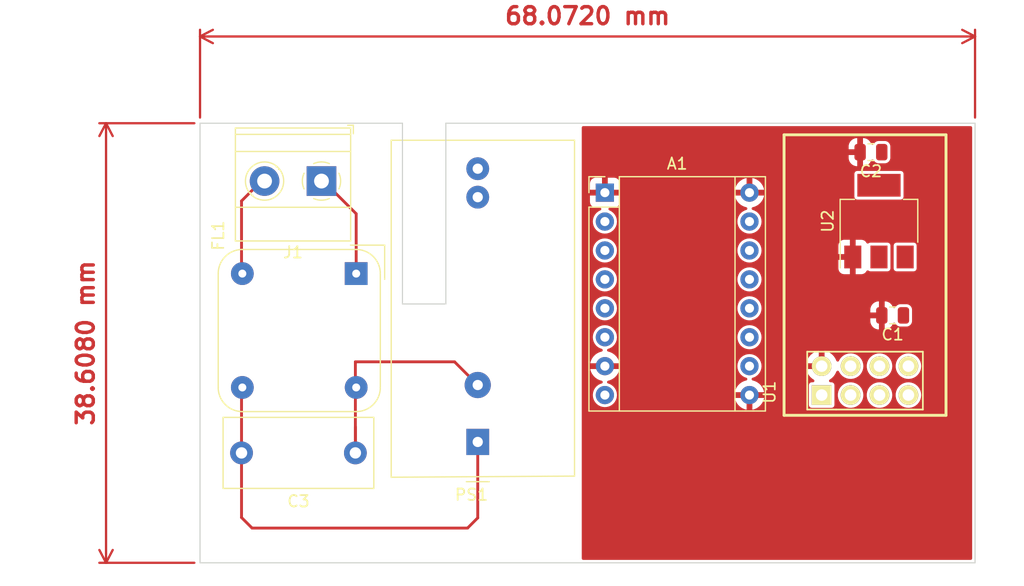
<source format=kicad_pcb>
(kicad_pcb (version 20210228) (generator pcbnew)
  (layers (0 "F.Cu" signal) (31 "B.Cu" signal) (34 "B.Paste" user) (35 "F.Paste" user) (36 "B.SilkS" user "B.Silkscreen") (37 "F.SilkS" user "F.Silkscreen") (38 "B.Mask" user) (39 "F.Mask" user) (44 "Edge.Cuts" user))
  (net 0 "")
  (net 2 "/STEP")
  (net 5 "/3V3")
  (net 7 "Net-(PS1-Pad1)")
  (net 10 "Net-(A1-Pad13)")
  (net 14 "GND")
  (net 15 "VCC")
  (net 16 "Net-(PS1-Pad2)")
  (net 17 "Net-(FL1-Pad3)")
  (net 18 "Net-(FL1-Pad1)")
  (footprint "Package_TO_SOT_SMD:SOT-223-3_TabPin2" (layer "F.Cu") (at 181.553 59.398 90)
    (fp_text reference "U2" (at 0 -4.5 90) (layer "F.SilkS"))
    (fp_text value "AP1117-33")
    (fp_line (start 1.91 -3.41) (end 1.91 -2.15) (layer "F.SilkS") (width 0.12))
    (fp_line (start 1.91 3.41) (end 1.91 2.15) (layer "F.SilkS") (width 0.12))
    (fp_line (start -1.85 3.41) (end 1.91 3.41) (layer "F.SilkS") (width 0.12))
    (fp_line (start -4.1 -3.41) (end 1.91 -3.41) (layer "F.SilkS") (width 0.12))
    (pad "1" smd rect (at -3.15 -2.3 90) (size 2 1.5) (layers "F.Cu" "F.Paste" "F.Mask") (net 14 "GND"))
    (pad "2" smd rect (at 3.15 0 90) (size 2 3.8) (layers "F.Cu" "F.Paste" "F.Mask") (net 5 "/3V3"))
    (pad "2" smd rect (at -3.15 0 90) (size 2 1.5) (layers "F.Cu" "F.Paste" "F.Mask") (net 5 "/3V3"))
    (pad "3" smd rect (at -3.15 2.3 90) (size 2 1.5) (layers "F.Cu" "F.Paste" "F.Mask") (net 15 "VCC"))
  )
  (footprint "Capacitor_SMD:C_0805_2012Metric" (layer "F.Cu") (at 182.753 67.678 180)
    (fp_text reference "C1" (at 0 -1.68) (layer "F.SilkS"))
    (fp_text value "C")
    (fp_line (start -0.261252 -0.735) (end 0.261252 -0.735) (layer "F.SilkS") (width 0.12))
    (fp_line (start -0.261252 0.735) (end 0.261252 0.735) (layer "F.SilkS") (width 0.12))
    (pad "1" smd roundrect (at -0.95 0 180) (size 1 1.45) (layers "F.Cu" "F.Paste" "F.Mask") (net 15 "VCC"))
    (pad "2" smd roundrect (at 0.95 0 180) (size 1 1.45) (layers "F.Cu" "F.Paste" "F.Mask") (net 14 "GND"))
  )
  (footprint "Inductor_THT:Choke_Schaffner_RN102-04-14.0x14.0mm" (layer "F.Cu") (at 135.636 64.008 -90)
    (fp_text reference "FL1" (at -3.335 12.121 90) (layer "F.SilkS"))
    (fp_text value "Choke_Schaffner_RN102-0.3-02-12M")
    (fp_line (start -2.5 -2.5) (end 0.5 -2.5) (layer "F.SilkS") (width 0.12))
    (fp_line (start 10 12.12) (end 0 12.12) (layer "F.SilkS") (width 0.12))
    (fp_line (start -2.5 -2.5) (end -2.5 0.5) (layer "F.SilkS") (width 0.12))
    (fp_line (start -2.12 10) (end -2.12 0) (layer "F.SilkS") (width 0.12))
    (fp_line (start 12.12 0) (end 12.12 10) (layer "F.SilkS") (width 0.12))
    (fp_line (start 0 -2.12) (end 10 -2.12) (layer "F.SilkS") (width 0.12))
    (fp_arc (start 0 10) (end 0 12.12) (angle 90) (layer "F.SilkS") (width 0.12))
    (fp_arc (start 10 0) (end 10 -2.12) (angle 90) (layer "F.SilkS") (width 0.12))
    (fp_arc (start 0 0) (end -2.12 0) (angle 90) (layer "F.SilkS") (width 0.12))
    (fp_arc (start 10 10) (end 12.12 10) (angle 90) (layer "F.SilkS") (width 0.12))
    (pad "1" thru_hole rect (at 0 0 270) (size 2 2) (drill 0.7) (layers *.Cu *.Mask) (net 18 "Net-(FL1-Pad1)"))
    (pad "2" thru_hole circle (at 10 0 270) (size 2 2) (drill 0.7) (layers *.Cu *.Mask) (net 16 "Net-(PS1-Pad2)"))
    (pad "3" thru_hole circle (at 0 10 270) (size 2 2) (drill 0.7) (layers *.Cu *.Mask) (net 17 "Net-(FL1-Pad3)"))
    (pad "4" thru_hole circle (at 10 10 270) (size 2 2) (drill 0.7) (layers *.Cu *.Mask) (net 7 "Net-(PS1-Pad1)"))
  )
  (footprint "Module:Pololu_Breakout-16_15.2x20.3mm" (layer "F.Cu") (at 157.48 56.896)
    (fp_text reference "A1" (at 6.35 -2.54) (layer "F.SilkS"))
    (fp_text value "Pololu_Breakout_A4988")
    (fp_line (start 1.27 1.27) (end 1.27 19.18) (layer "F.SilkS") (width 0.12))
    (fp_line (start 14.1 19.18) (end 14.1 -1.4) (layer "F.SilkS") (width 0.12))
    (fp_line (start -1.4 -1.4) (end -1.4 0) (layer "F.SilkS") (width 0.12))
    (fp_line (start 14.1 -1.4) (end 1.27 -1.4) (layer "F.SilkS") (width 0.12))
    (fp_line (start 1.27 -1.4) (end 1.27 1.27) (layer "F.SilkS") (width 0.12))
    (fp_line (start -1.4 19.18) (end 14.1 19.18) (layer "F.SilkS") (width 0.12))
    (fp_line (start 1.27 1.27) (end -1.4 1.27) (layer "F.SilkS") (width 0.12))
    (fp_line (start 11.43 -1.4) (end 11.43 19.18) (layer "F.SilkS") (width 0.12))
    (fp_line (start -1.4 1.27) (end -1.4 19.18) (layer "F.SilkS") (width 0.12))
    (fp_line (start 0 -1.4) (end -1.4 -1.4) (layer "F.SilkS") (width 0.12))
    (pad "1" thru_hole rect (at 0 0) (size 1.6 1.6) (drill 0.8) (layers *.Cu *.Mask) (net 14 "GND"))
    (pad "2" thru_hole oval (at 0 2.54) (size 1.6 1.6) (drill 0.8) (layers *.Cu *.Mask) (net 5 "/3V3"))
    (pad "3" thru_hole oval (at 0 5.08) (size 1.6 1.6) (drill 0.8) (layers *.Cu *.Mask))
    (pad "4" thru_hole oval (at 0 7.62) (size 1.6 1.6) (drill 0.8) (layers *.Cu *.Mask))
    (pad "5" thru_hole oval (at 0 10.16) (size 1.6 1.6) (drill 0.8) (layers *.Cu *.Mask))
    (pad "6" thru_hole oval (at 0 12.7) (size 1.6 1.6) (drill 0.8) (layers *.Cu *.Mask))
    (pad "7" thru_hole oval (at 0 15.24) (size 1.6 1.6) (drill 0.8) (layers *.Cu *.Mask) (net 14 "GND"))
    (pad "8" thru_hole oval (at 0 17.78) (size 1.6 1.6) (drill 0.8) (layers *.Cu *.Mask) (net 15 "VCC"))
    (pad "9" thru_hole oval (at 12.7 17.78) (size 1.6 1.6) (drill 0.8) (layers *.Cu *.Mask) (net 14 "GND"))
    (pad "10" thru_hole oval (at 12.7 15.24) (size 1.6 1.6) (drill 0.8) (layers *.Cu *.Mask) (net 5 "/3V3"))
    (pad "11" thru_hole oval (at 12.7 12.7) (size 1.6 1.6) (drill 0.8) (layers *.Cu *.Mask) (net 5 "/3V3"))
    (pad "12" thru_hole oval (at 12.7 10.16) (size 1.6 1.6) (drill 0.8) (layers *.Cu *.Mask) (net 5 "/3V3"))
    (pad "13" thru_hole oval (at 12.7 7.62) (size 1.6 1.6) (drill 0.8) (layers *.Cu *.Mask) (net 10 "Net-(A1-Pad13)"))
    (pad "14" thru_hole oval (at 12.7 5.08) (size 1.6 1.6) (drill 0.8) (layers *.Cu *.Mask))
    (pad "15" thru_hole oval (at 12.7 2.54) (size 1.6 1.6) (drill 0.8) (layers *.Cu *.Mask) (net 2 "/STEP"))
    (pad "16" thru_hole oval (at 12.7 0) (size 1.6 1.6) (drill 0.8) (layers *.Cu *.Mask) (net 14 "GND"))
  )
  (footprint "ESP:ESP-01" (layer "F.Cu") (at 176.52 74.676 90)
    (fp_text reference "U1" (at 0.254 -4.572 90) (layer "F.SilkS"))
    (fp_text value "ESP-01v090")
    (fp_line (start 1.27 -1.27) (end -1.27 -1.27) (layer "F.SilkS") (width 0.1524))
    (fp_line (start 3.81 -1.27) (end 1.27 -1.27) (layer "F.SilkS") (width 0.1524))
    (fp_line (start -1.778 -3.302) (end 22.86 -3.302) (layer "F.SilkS") (width 0.254))
    (fp_line (start -1.27 -1.27) (end -1.27 1.27) (layer "F.SilkS") (width 0.1524))
    (fp_line (start -1.27 8.89) (end 3.81 8.89) (layer "F.SilkS") (width 0.1524))
    (fp_line (start -1.778 10.922) (end -1.778 -3.302) (layer "F.SilkS") (width 0.254))
    (fp_line (start 22.86 -3.302) (end 22.86 10.922) (layer "F.SilkS") (width 0.254))
    (fp_line (start 22.86 10.922) (end -1.778 10.922) (layer "F.SilkS") (width 0.254))
    (fp_line (start -1.27 1.27) (end -1.27 8.89) (layer "F.SilkS") (width 0.1524))
    (fp_line (start 3.81 8.89) (end 3.81 -1.27) (layer "F.SilkS") (width 0.1524))
    (pad "1" thru_hole rect (at 0 0 90) (size 1.7272 1.7272) (drill 1.016) (layers *.Cu *.Mask "F.SilkS") (net 10 "Net-(A1-Pad13)"))
    (pad "2" thru_hole oval (at 2.54 0 90) (size 1.7272 1.7272) (drill 1.016) (layers *.Cu *.Mask "F.SilkS") (net 14 "GND"))
    (pad "3" thru_hole oval (at 0 2.54 90) (size 1.7272 1.7272) (drill 1.016) (layers *.Cu *.Mask "F.SilkS"))
    (pad "4" thru_hole oval (at 2.54 2.54 90) (size 1.7272 1.7272) (drill 1.016) (layers *.Cu *.Mask "F.SilkS") (net 2 "/STEP"))
    (pad "5" thru_hole oval (at 0 5.08 90) (size 1.7272 1.7272) (drill 1.016) (layers *.Cu *.Mask "F.SilkS"))
    (pad "6" thru_hole oval (at 2.54 5.08 90) (size 1.7272 1.7272) (drill 1.016) (layers *.Cu *.Mask "F.SilkS"))
    (pad "7" thru_hole oval (at 0 7.62 90) (size 1.7272 1.7272) (drill 1.016) (layers *.Cu *.Mask "F.SilkS") (net 5 "/3V3"))
    (pad "8" thru_hole oval (at 2.54 7.62 90) (size 1.7272 1.7272) (drill 1.016) (layers *.Cu *.Mask "F.SilkS"))
  )
  (footprint "TerminalBlock_Phoenix:TerminalBlock_Phoenix_MKDS-1,5-2_1x02_P5.00mm_Horizontal" (layer "F.Cu") (at 132.588 55.88 180)
    (fp_text reference "J1" (at 2.5 -6.26) (layer "F.SilkS"))
    (fp_text value "Screw_Terminal_01x02")
    (fp_line (start 3.966 1.239) (end 3.931 1.274) (layer "F.SilkS") (width 0.12))
    (fp_line (start 6.275 -1.069) (end 6.228 -1.023) (layer "F.SilkS") (width 0.12))
    (fp_line (start -2.8 4.9) (end -2.3 4.9) (layer "F.SilkS") (width 0.12))
    (fp_line (start 7.56 -5.261) (end 7.56 4.66) (layer "F.SilkS") (width 0.12))
    (fp_line (start 6.07 -1.275) (end 6.035 -1.239) (layer "F.SilkS") (width 0.12))
    (fp_line (start -2.56 -2.301) (end 7.56 -2.301) (layer "F.SilkS") (width 0.12))
    (fp_line (start -2.56 4.1) (end 7.56 4.1) (layer "F.SilkS") (width 0.12))
    (fp_line (start -2.56 4.66) (end 7.56 4.66) (layer "F.SilkS") (width 0.12))
    (fp_line (start -2.56 -5.261) (end -2.56 4.66) (layer "F.SilkS") (width 0.12))
    (fp_line (start -2.8 4.16) (end -2.8 4.9) (layer "F.SilkS") (width 0.12))
    (fp_line (start -2.56 -5.261) (end 7.56 -5.261) (layer "F.SilkS") (width 0.12))
    (fp_line (start 3.773 1.023) (end 3.726 1.069) (layer "F.SilkS") (width 0.12))
    (fp_line (start -2.56 2.6) (end 7.56 2.6) (layer "F.SilkS") (width 0.12))
    (fp_arc (start 0 0) (end -1.535 -0.684) (angle -48) (layer "F.SilkS") (width 0.12))
    (fp_arc (start 0 0) (end 0.684 -1.535) (angle -48) (layer "F.SilkS") (width 0.12))
    (fp_arc (start 0 0) (end 0 1.68) (angle -24) (layer "F.SilkS") (width 0.12))
    (fp_arc (start 0 0) (end 1.535 0.684) (angle -48) (layer "F.SilkS") (width 0.12))
    (fp_arc (start 0 0) (end -0.684 1.535) (angle -25) (layer "F.SilkS") (width 0.12))
    (fp_circle (center 5 0) (end 6.68 0) (layer "F.SilkS") (width 0.12) (fill none))
    (pad "1" thru_hole rect (at 0 0 180) (size 2.6 2.6) (drill 1.3) (layers *.Cu *.Mask) (net 18 "Net-(FL1-Pad1)"))
    (pad "2" thru_hole circle (at 5 0 180) (size 2.6 2.6) (drill 1.3) (layers *.Cu *.Mask) (net 17 "Net-(FL1-Pad3)"))
  )
  (footprint "Capacitor_SMD:C_0805_2012Metric" (layer "F.Cu") (at 180.848 53.34 180)
    (fp_text reference "C2" (at 0 -1.68) (layer "F.SilkS"))
    (fp_text value "C")
    (fp_line (start -0.261252 -0.735) (end 0.261252 -0.735) (layer "F.SilkS") (width 0.12))
    (fp_line (start -0.261252 0.735) (end 0.261252 0.735) (layer "F.SilkS") (width 0.12))
    (pad "1" smd roundrect (at -0.95 0 180) (size 1 1.45) (layers "F.Cu" "F.Paste" "F.Mask") (net 5 "/3V3"))
    (pad "2" smd roundrect (at 0.95 0 180) (size 1 1.45) (layers "F.Cu" "F.Paste" "F.Mask") (net 14 "GND"))
  )
  (footprint "Capacitor_THT:C_Rect_L13.0mm_W6.0mm_P10.00mm_FKS3_FKP3_MKS4" (layer "F.Cu") (at 135.565 79.756 180)
    (fp_text reference "C3" (at 5 -4.25) (layer "F.SilkS"))
    (fp_text value "C")
    (fp_line (start -1.62 3.12) (end 11.62 3.12) (layer "F.SilkS") (width 0.12))
    (fp_line (start 11.62 -3.12) (end 11.62 3.12) (layer "F.SilkS") (width 0.12))
    (fp_line (start -1.62 -3.12) (end -1.62 3.12) (layer "F.SilkS") (width 0.12))
    (fp_line (start -1.62 -3.12) (end 11.62 -3.12) (layer "F.SilkS") (width 0.12))
    (pad "1" thru_hole circle (at 0 0 180) (size 2 2) (drill 1) (layers *.Cu *.Mask) (net 16 "Net-(PS1-Pad2)"))
    (pad "2" thru_hole circle (at 10 0 180) (size 2 2) (drill 1) (layers *.Cu *.Mask) (net 7 "Net-(PS1-Pad1)"))
  )
  (footprint "Converter_ACDC:Converter_ACDC_HiLink_HLK-2Mxx" (layer "F.Cu") (at 146.312 79.4935 90)
    (fp_text reference "PS1" (at -3.94 -0.55) (layer "F.SilkS"))
    (fp_text value "HLK-PM01")
    (fp_line (start -2.3 8.5) (end 27.2 8.5) (layer "F.SilkS") (width 0.12))
    (fp_line (start 27.2 -7.6) (end -2.4 -7.6) (layer "F.SilkS") (width 0.12))
    (fp_line (start -2.4 -7.6) (end -2.3 8.5) (layer "F.SilkS") (width 0.12))
    (fp_line (start 27.2 8.5) (end 27.2 -7.6) (layer "F.SilkS") (width 0.12))
    (fp_line (start -2.79 -1) (end -2.79 1.01) (layer "F.SilkS") (width 0.12))
    (pad "1" thru_hole rect (at 0.7 0 90) (size 2.3 2) (drill 0.9) (layers *.Cu *.Mask) (net 7 "Net-(PS1-Pad1)"))
    (pad "2" thru_hole circle (at 5.7 0 90) (size 2.3 2.3) (drill 0.9) (layers *.Cu *.Mask) (net 16 "Net-(PS1-Pad2)"))
    (pad "3" thru_hole circle (at 22.2 0 90) (size 2 2) (drill 0.9) (layers *.Cu *.Mask) (net 14 "GND"))
    (pad "4" thru_hole circle (at 24.7 0 90) (size 2 2) (drill 0.9) (layers *.Cu *.Mask) (net 15 "VCC"))
  )
  (gr_line (start 139.7 50.8) (end 139.7 66.675) (layer "Edge.Cuts") (width 0.1))
  (gr_line (start 189.992 50.8) (end 189.992 89.408) (layer "Edge.Cuts") (width 0.1))
  (gr_line (start 143.51 50.8) (end 189.992 50.8) (layer "Edge.Cuts") (width 0.1))
  (gr_line (start 143.51 66.675) (end 143.51 50.8) (layer "Edge.Cuts") (width 0.1))
  (gr_line (start 121.92 89.408) (end 121.92 50.8) (layer "Edge.Cuts") (width 0.1))
  (gr_line (start 139.7 66.675) (end 143.51 66.675) (layer "Edge.Cuts") (width 0.1))
  (gr_line (start 121.92 50.8) (end 139.7 50.8) (layer "Edge.Cuts") (width 0.1))
  (gr_line (start 189.992 89.408) (end 121.92 89.408) (layer "Edge.Cuts") (width 0.1))
  (dimension (type aligned) (layer "F.Cu") (pts (xy 121.92 50.8) (xy 121.92 89.408)) (height 8.254999) (gr_text "38.6080 mm" (at 111.865001 70.104 90) (layer "F.Cu") (effects (font (size 1.5 1.5) (thickness 0.3)))) (format (units 3) (units_format 1) (precision 4)) (style (thickness 0.2) (arrow_length 1.27) (text_position_mode 0) (extension_height 0.58642) (extension_offset 0.5) keep_text_aligned))
  (dimension (type aligned) (layer "F.Cu") (pts (xy 121.92 50.8) (xy 189.992 50.8)) (height -7.62) (gr_text "68.0720 mm" (at 155.956 41.38) (layer "F.Cu") (effects (font (size 1.5 1.5) (thickness 0.3)))) (format (units 3) (units_format 1) (precision 4)) (style (thickness 0.2) (arrow_length 1.27) (text_position_mode 0) (extension_height 0.58642) (extension_offset 0.5) keep_text_aligned))
  (segment (start 184.775 74.676) (end 184.14 74.676) (width 0.25) (layer "F.Cu") (net 5))
  (segment (start 146.312 85.463) (end 145.415 86.36) (width 0.25) (layer "F.Cu") (net 7))
  (segment (start 125.565 74.079) (end 125.636 74.008) (width 0.25) (layer "F.Cu") (net 7))
  (segment (start 125.565 79.756) (end 125.565 74.079) (width 0.25) (layer "F.Cu") (net 7))
  (segment (start 146.312 78.7935) (end 146.312 85.463) (width 0.25) (layer "F.Cu") (net 7))
  (segment (start 125.565 85.433) (end 125.565 79.756) (width 0.25) (layer "F.Cu") (net 7))
  (segment (start 145.415 86.36) (end 126.492 86.36) (width 0.25) (layer "F.Cu") (net 7))
  (segment (start 126.492 86.36) (end 125.565 85.433) (width 0.25) (layer "F.Cu") (net 7))
  (segment (start 135.565 79.756) (end 135.565 77.47) (width 0.25) (layer "F.Cu") (net 16))
  (segment (start 135.565 71.755) (end 144.2735 71.755) (width 0.25) (layer "F.Cu") (net 16))
  (segment (start 144.2735 71.755) (end 146.312 73.7935) (width 0.25) (layer "F.Cu") (net 16))
  (segment (start 135.565 79.756) (end 135.565 71.755) (width 0.25) (layer "F.Cu") (net 16))
  (segment (start 125.565 57.629) (end 125.565 63.937) (width 0.25) (layer "F.Cu") (net 17))
  (segment (start 125.565 63.937) (end 125.636 64.008) (width 0.25) (layer "F.Cu") (net 17))
  (segment (start 126.806 56.388) (end 125.565 57.629) (width 0.25) (layer "F.Cu") (net 17))
  (segment (start 132.764806 55.88) (end 135.636 58.751194) (width 0.25) (layer "F.Cu") (net 18))
  (segment (start 135.636 58.751194) (end 135.636 64.008) (width 0.25) (layer "F.Cu") (net 18))
  (segment (start 132.588 55.88) (end 132.764806 55.88) (width 0.25) (layer "F.Cu") (net 18))
  (zone (net 14) (net_name "GND") (layer "F.Cu") (connect_pads (clearance 0.254)) (min_thickness 0.254) (fill yes (thermal_gap 0.508) (thermal_bridge_width 0.508))
    (polygon (pts (xy 155.448 91.44) (xy 155.448 46.355) (xy 194.31 46.355) (xy 194.31 91.44)))
  )
)
</source>
